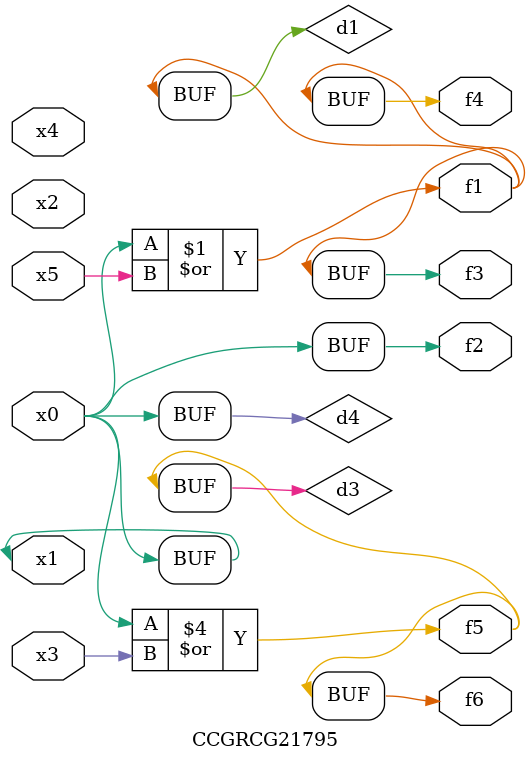
<source format=v>
module CCGRCG21795(
	input x0, x1, x2, x3, x4, x5,
	output f1, f2, f3, f4, f5, f6
);

	wire d1, d2, d3, d4;

	or (d1, x0, x5);
	xnor (d2, x1, x4);
	or (d3, x0, x3);
	buf (d4, x0, x1);
	assign f1 = d1;
	assign f2 = d4;
	assign f3 = d1;
	assign f4 = d1;
	assign f5 = d3;
	assign f6 = d3;
endmodule

</source>
